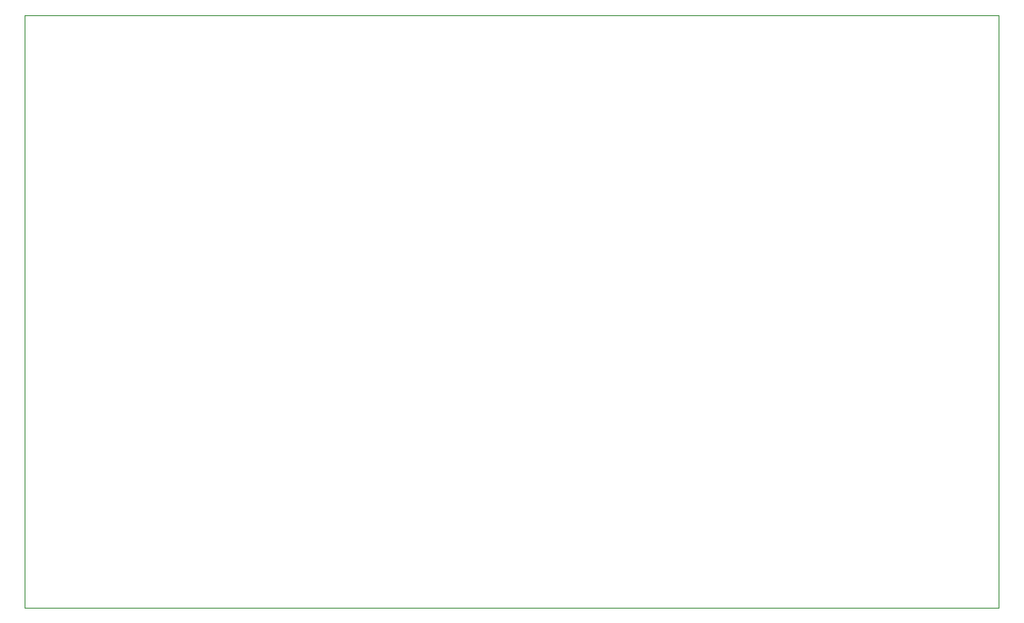
<source format=gbr>
G04 #@! TF.GenerationSoftware,KiCad,Pcbnew,5.1.5+dfsg1-2build2*
G04 #@! TF.CreationDate,2020-05-08T19:42:09+02:00*
G04 #@! TF.ProjectId,sm,736d2e6b-6963-4616-945f-706362585858,rev?*
G04 #@! TF.SameCoordinates,Original*
G04 #@! TF.FileFunction,Profile,NP*
%FSLAX46Y46*%
G04 Gerber Fmt 4.6, Leading zero omitted, Abs format (unit mm)*
G04 Created by KiCad (PCBNEW 5.1.5+dfsg1-2build2) date 2020-05-08 19:42:09*
%MOMM*%
%LPD*%
G04 APERTURE LIST*
%ADD10C,0.100000*%
G04 APERTURE END LIST*
D10*
X224028000Y-60960000D02*
X224028000Y-120142000D01*
X126746000Y-60960000D02*
X224028000Y-60960000D01*
X126746000Y-120142000D02*
X126746000Y-60960000D01*
X224028000Y-120142000D02*
X126746000Y-120142000D01*
M02*

</source>
